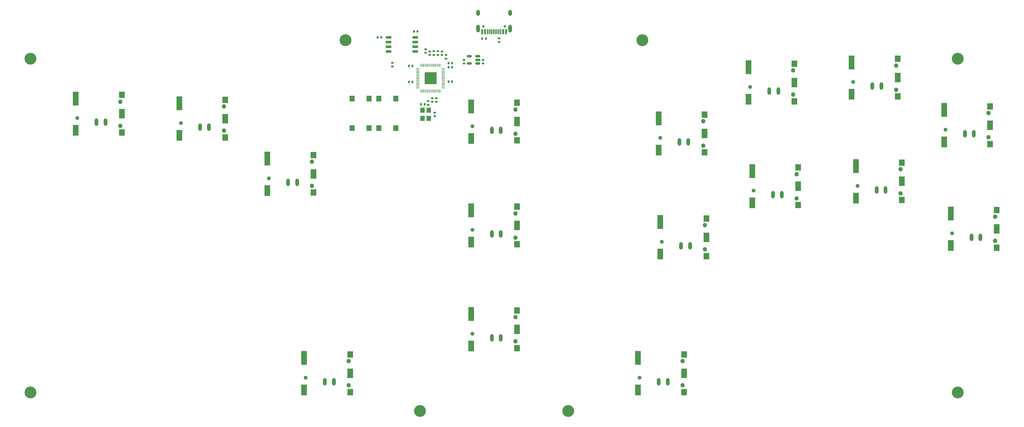
<source format=gts>
%TF.GenerationSoftware,KiCad,Pcbnew,8.0.8*%
%TF.CreationDate,2025-07-12T18:43:26-05:00*%
%TF.ProjectId,nanosplit,6e616e6f-7370-46c6-9974-2e6b69636164,rev?*%
%TF.SameCoordinates,Original*%
%TF.FileFunction,Soldermask,Top*%
%TF.FilePolarity,Negative*%
%FSLAX46Y46*%
G04 Gerber Fmt 4.6, Leading zero omitted, Abs format (unit mm)*
G04 Created by KiCad (PCBNEW 8.0.8) date 2025-07-12 18:43:26*
%MOMM*%
%LPD*%
G01*
G04 APERTURE LIST*
G04 Aperture macros list*
%AMRoundRect*
0 Rectangle with rounded corners*
0 $1 Rounding radius*
0 $2 $3 $4 $5 $6 $7 $8 $9 X,Y pos of 4 corners*
0 Add a 4 corners polygon primitive as box body*
4,1,4,$2,$3,$4,$5,$6,$7,$8,$9,$2,$3,0*
0 Add four circle primitives for the rounded corners*
1,1,$1+$1,$2,$3*
1,1,$1+$1,$4,$5*
1,1,$1+$1,$6,$7*
1,1,$1+$1,$8,$9*
0 Add four rect primitives between the rounded corners*
20,1,$1+$1,$2,$3,$4,$5,0*
20,1,$1+$1,$4,$5,$6,$7,0*
20,1,$1+$1,$6,$7,$8,$9,0*
20,1,$1+$1,$8,$9,$2,$3,0*%
G04 Aperture macros list end*
%ADD10C,1.050000*%
%ADD11C,1.200000*%
%ADD12RoundRect,0.500000X-0.000010X-0.500000X0.000010X-0.500000X0.000010X0.500000X-0.000010X0.500000X0*%
%ADD13R,1.600000X3.800000*%
%ADD14R,1.600000X3.000000*%
%ADD15R,1.600000X1.800000*%
%ADD16R,1.600000X2.600000*%
%ADD17C,3.200000*%
%ADD18RoundRect,0.140000X-0.170000X0.140000X-0.170000X-0.140000X0.170000X-0.140000X0.170000X0.140000X0*%
%ADD19RoundRect,0.140000X-0.140000X-0.170000X0.140000X-0.170000X0.140000X0.170000X-0.140000X0.170000X0*%
%ADD20RoundRect,0.135000X0.185000X-0.135000X0.185000X0.135000X-0.185000X0.135000X-0.185000X-0.135000X0*%
%ADD21RoundRect,0.140000X0.140000X0.170000X-0.140000X0.170000X-0.140000X-0.170000X0.140000X-0.170000X0*%
%ADD22R,1.400000X1.600000*%
%ADD23RoundRect,0.150000X-0.650000X-0.150000X0.650000X-0.150000X0.650000X0.150000X-0.650000X0.150000X0*%
%ADD24RoundRect,0.140000X0.170000X-0.140000X0.170000X0.140000X-0.170000X0.140000X-0.170000X-0.140000X0*%
%ADD25RoundRect,0.050000X-0.387500X-0.050000X0.387500X-0.050000X0.387500X0.050000X-0.387500X0.050000X0*%
%ADD26RoundRect,0.050000X-0.050000X-0.387500X0.050000X-0.387500X0.050000X0.387500X-0.050000X0.387500X0*%
%ADD27RoundRect,0.144000X-1.456000X-1.456000X1.456000X-1.456000X1.456000X1.456000X-1.456000X1.456000X0*%
%ADD28RoundRect,0.135000X0.135000X0.185000X-0.135000X0.185000X-0.135000X-0.185000X0.135000X-0.185000X0*%
%ADD29C,0.650000*%
%ADD30R,0.600000X1.450000*%
%ADD31R,0.300000X1.450000*%
%ADD32O,1.000000X2.100000*%
%ADD33O,1.000000X1.600000*%
%ADD34RoundRect,0.135000X-0.185000X0.135000X-0.185000X-0.135000X0.185000X-0.135000X0.185000X0.135000X0*%
%ADD35R,1.200000X1.400000*%
%ADD36RoundRect,0.135000X-0.135000X-0.185000X0.135000X-0.185000X0.135000X0.185000X-0.135000X0.185000X0*%
%ADD37RoundRect,0.150000X0.512500X0.150000X-0.512500X0.150000X-0.512500X-0.150000X0.512500X-0.150000X0*%
G04 APERTURE END LIST*
D10*
%TO.C,SW7*%
X209200000Y-138200000D03*
D11*
X220800000Y-133740000D03*
X220800000Y-140260000D03*
D12*
X214400000Y-139300000D03*
X216800000Y-139300000D03*
D13*
X208800000Y-132900000D03*
D14*
X208800000Y-141500000D03*
D15*
X221200000Y-131925000D03*
D16*
X221200000Y-137000000D03*
D15*
X221200000Y-142075000D03*
%TD*%
D17*
%TO.C,M3*%
X235000000Y-187000000D03*
%TD*%
D10*
%TO.C,SW10*%
X283990000Y-99650000D03*
D11*
X295590000Y-95190000D03*
X295590000Y-101710000D03*
D12*
X289190000Y-100750000D03*
X291590000Y-100750000D03*
D13*
X283590000Y-94350000D03*
D14*
X283590000Y-102950000D03*
D15*
X295990000Y-93375000D03*
D16*
X295990000Y-98450000D03*
D15*
X295990000Y-103525000D03*
%TD*%
D18*
%TO.C,C3*%
X198970000Y-106560000D03*
X198970000Y-107520000D03*
%TD*%
D10*
%TO.C,SW13*%
X260220000Y-141390000D03*
D11*
X271820000Y-136930000D03*
X271820000Y-143450000D03*
D12*
X265420000Y-142490000D03*
X267820000Y-142490000D03*
D13*
X259820000Y-136090000D03*
D14*
X259820000Y-144690000D03*
D15*
X272220000Y-135115000D03*
D16*
X272220000Y-140190000D03*
D15*
X272220000Y-145265000D03*
%TD*%
D19*
%TO.C,C5*%
X193390000Y-84640000D03*
X194350000Y-84640000D03*
%TD*%
D20*
%TO.C,R5*%
X197270000Y-104450000D03*
X197270000Y-103430000D03*
%TD*%
D21*
%TO.C,C11*%
X193025000Y-94002500D03*
X192065000Y-94002500D03*
%TD*%
D19*
%TO.C,C16*%
X202690000Y-93240000D03*
X203650000Y-93240000D03*
%TD*%
D10*
%TO.C,SW2*%
X130570000Y-109370000D03*
D11*
X142170000Y-104910000D03*
X142170000Y-111430000D03*
D12*
X135770000Y-110470000D03*
X138170000Y-110470000D03*
D13*
X130170000Y-104070000D03*
D14*
X130170000Y-112670000D03*
D15*
X142570000Y-103095000D03*
D16*
X142570000Y-108170000D03*
D15*
X142570000Y-113245000D03*
%TD*%
D22*
%TO.C,SW19*%
X181270000Y-102740000D03*
X181270000Y-110740000D03*
X176770000Y-102740000D03*
X176770000Y-110740000D03*
%TD*%
D19*
%TO.C,C2*%
X195310000Y-104340000D03*
X196270000Y-104340000D03*
%TD*%
D23*
%TO.C,U2*%
X186570000Y-86230000D03*
X186570000Y-87500000D03*
X186570000Y-88770000D03*
X186570000Y-90040000D03*
X193770000Y-90040000D03*
X193770000Y-88770000D03*
X193770000Y-87500000D03*
X193770000Y-86230000D03*
%TD*%
D10*
%TO.C,SW15*%
X312930000Y-126290000D03*
D11*
X324530000Y-121830000D03*
X324530000Y-128350000D03*
D12*
X318130000Y-127390000D03*
X320530000Y-127390000D03*
D13*
X312530000Y-120990000D03*
D14*
X312530000Y-129590000D03*
D15*
X324930000Y-120015000D03*
D16*
X324930000Y-125090000D03*
D15*
X324930000Y-130165000D03*
%TD*%
D17*
%TO.C,M3*%
X175000000Y-87000000D03*
%TD*%
D10*
%TO.C,SW11*%
X311770000Y-98310000D03*
D11*
X323370000Y-93850000D03*
X323370000Y-100370000D03*
D12*
X316970000Y-99410000D03*
X319370000Y-99410000D03*
D13*
X311370000Y-93010000D03*
D14*
X311370000Y-101610000D03*
D15*
X323770000Y-92035000D03*
D16*
X323770000Y-97110000D03*
D15*
X323770000Y-102185000D03*
%TD*%
D10*
%TO.C,SW9*%
X259760000Y-113380000D03*
D11*
X271360000Y-108920000D03*
X271360000Y-115440000D03*
D12*
X264960000Y-114480000D03*
X267360000Y-114480000D03*
D13*
X259360000Y-108080000D03*
D14*
X259360000Y-116680000D03*
D15*
X271760000Y-107105000D03*
D16*
X271760000Y-112180000D03*
D15*
X271760000Y-117255000D03*
%TD*%
D24*
%TO.C,C4*%
X206870000Y-93320000D03*
X206870000Y-92360000D03*
%TD*%
D17*
%TO.C,M3*%
X90000000Y-182000000D03*
%TD*%
D25*
%TO.C,U3*%
X194432500Y-94677500D03*
X194432500Y-95077500D03*
X194432500Y-95477500D03*
X194432500Y-95877500D03*
X194432500Y-96277500D03*
X194432500Y-96677500D03*
X194432500Y-97077500D03*
X194432500Y-97477500D03*
X194432500Y-97877500D03*
X194432500Y-98277500D03*
X194432500Y-98677500D03*
X194432500Y-99077500D03*
X194432500Y-99477500D03*
X194432500Y-99877500D03*
D26*
X195270000Y-100715000D03*
X195670000Y-100715000D03*
X196070000Y-100715000D03*
X196470000Y-100715000D03*
X196870000Y-100715000D03*
X197270000Y-100715000D03*
X197670000Y-100715000D03*
X198070000Y-100715000D03*
X198470000Y-100715000D03*
X198870000Y-100715000D03*
X199270000Y-100715000D03*
X199670000Y-100715000D03*
X200070000Y-100715000D03*
X200470000Y-100715000D03*
D25*
X201307500Y-99877500D03*
X201307500Y-99477500D03*
X201307500Y-99077500D03*
X201307500Y-98677500D03*
X201307500Y-98277500D03*
X201307500Y-97877500D03*
X201307500Y-97477500D03*
X201307500Y-97077500D03*
X201307500Y-96677500D03*
X201307500Y-96277500D03*
X201307500Y-95877500D03*
X201307500Y-95477500D03*
X201307500Y-95077500D03*
X201307500Y-94677500D03*
D26*
X200470000Y-93840000D03*
X200070000Y-93840000D03*
X199670000Y-93840000D03*
X199270000Y-93840000D03*
X198870000Y-93840000D03*
X198470000Y-93840000D03*
X198070000Y-93840000D03*
X197670000Y-93840000D03*
X197270000Y-93840000D03*
X196870000Y-93840000D03*
X196470000Y-93840000D03*
X196070000Y-93840000D03*
X195670000Y-93840000D03*
X195270000Y-93840000D03*
D27*
X197870000Y-97277500D03*
%TD*%
D17*
%TO.C,M3*%
X340000000Y-182000000D03*
%TD*%
D10*
%TO.C,SW3*%
X154290000Y-124260000D03*
D11*
X165890000Y-119800000D03*
X165890000Y-126320000D03*
D12*
X159490000Y-125360000D03*
X161890000Y-125360000D03*
D13*
X153890000Y-118960000D03*
D14*
X153890000Y-127560000D03*
D15*
X166290000Y-117985000D03*
D16*
X166290000Y-123060000D03*
D15*
X166290000Y-128135000D03*
%TD*%
D28*
%TO.C,R6*%
X212800000Y-86637500D03*
X211780000Y-86637500D03*
%TD*%
D24*
%TO.C,C10*%
X202070000Y-92000000D03*
X202070000Y-91040000D03*
%TD*%
D10*
%TO.C,SW4*%
X164200000Y-178040000D03*
D11*
X175800000Y-173580000D03*
X175800000Y-180100000D03*
D12*
X169400000Y-179140000D03*
X171800000Y-179140000D03*
D13*
X163800000Y-172740000D03*
D14*
X163800000Y-181340000D03*
D15*
X176200000Y-171765000D03*
D16*
X176200000Y-176840000D03*
D15*
X176200000Y-181915000D03*
%TD*%
D17*
%TO.C,M3*%
X255000000Y-87000000D03*
%TD*%
D24*
%TO.C,C9*%
X197670000Y-91020000D03*
X197670000Y-90060000D03*
%TD*%
D29*
%TO.C,USB1*%
X217890000Y-83337500D03*
X212110000Y-83337500D03*
D30*
X218250000Y-84782500D03*
X217450000Y-84782500D03*
D31*
X216750000Y-84782500D03*
X216250000Y-84782500D03*
X215750000Y-84782500D03*
X215250000Y-84782500D03*
X214750000Y-84782500D03*
X214250000Y-84782500D03*
X213750000Y-84782500D03*
X213250000Y-84782500D03*
D30*
X212550000Y-84782500D03*
X211750000Y-84782500D03*
D32*
X219320000Y-83867500D03*
D33*
X219320000Y-79687500D03*
D32*
X210680000Y-83867500D03*
D33*
X210680000Y-79687500D03*
%TD*%
D10*
%TO.C,SW16*%
X338480000Y-139100000D03*
D11*
X350080000Y-134640000D03*
X350080000Y-141160000D03*
D12*
X343680000Y-140200000D03*
X346080000Y-140200000D03*
D13*
X338080000Y-133800000D03*
D14*
X338080000Y-142400000D03*
D15*
X350480000Y-132825000D03*
D16*
X350480000Y-137900000D03*
D15*
X350480000Y-142975000D03*
%TD*%
D22*
%TO.C,SW20*%
X183970000Y-110740000D03*
X183970000Y-102740000D03*
X188470000Y-110740000D03*
X188470000Y-102740000D03*
%TD*%
D10*
%TO.C,SW6*%
X209200000Y-110200000D03*
D11*
X220800000Y-105740000D03*
X220800000Y-112260000D03*
D12*
X214400000Y-111300000D03*
X216800000Y-111300000D03*
D13*
X208800000Y-104900000D03*
D14*
X208800000Y-113500000D03*
D15*
X221200000Y-103925000D03*
D16*
X221200000Y-109000000D03*
D15*
X221200000Y-114075000D03*
%TD*%
D34*
%TO.C,R4*%
X199870000Y-90030000D03*
X199870000Y-91050000D03*
%TD*%
D24*
%TO.C,C6*%
X196570000Y-90420000D03*
X196570000Y-89460000D03*
%TD*%
D35*
%TO.C,Y1*%
X195720000Y-105940000D03*
X195720000Y-108140000D03*
X197420000Y-108140000D03*
X197420000Y-105940000D03*
%TD*%
D10*
%TO.C,SW8*%
X209200000Y-166200000D03*
D11*
X220800000Y-161740000D03*
X220800000Y-168260000D03*
D12*
X214400000Y-167300000D03*
X216800000Y-167300000D03*
D13*
X208800000Y-160900000D03*
D14*
X208800000Y-169500000D03*
D15*
X221200000Y-159925000D03*
D16*
X221200000Y-165000000D03*
D15*
X221200000Y-170075000D03*
%TD*%
D10*
%TO.C,SW5*%
X254200000Y-178040000D03*
D11*
X265800000Y-173580000D03*
X265800000Y-180100000D03*
D12*
X259400000Y-179140000D03*
X261800000Y-179140000D03*
D13*
X253800000Y-172740000D03*
D14*
X253800000Y-181340000D03*
D15*
X266200000Y-171765000D03*
D16*
X266200000Y-176840000D03*
D15*
X266200000Y-181915000D03*
%TD*%
D10*
%TO.C,SW1*%
X102660000Y-108060000D03*
D11*
X114260000Y-103600000D03*
X114260000Y-110120000D03*
D12*
X107860000Y-109160000D03*
X110260000Y-109160000D03*
D13*
X102260000Y-102760000D03*
D14*
X102260000Y-111360000D03*
D15*
X114660000Y-101785000D03*
D16*
X114660000Y-106860000D03*
D15*
X114660000Y-111935000D03*
%TD*%
D21*
%TO.C,C13*%
X193025000Y-98302500D03*
X192065000Y-98302500D03*
%TD*%
D34*
%TO.C,R1*%
X187545000Y-93092500D03*
X187545000Y-94112500D03*
%TD*%
%TO.C,R3*%
X198770000Y-90030000D03*
X198770000Y-91050000D03*
%TD*%
D24*
%TO.C,C1*%
X212070000Y-93320000D03*
X212070000Y-92360000D03*
%TD*%
D18*
%TO.C,C7*%
X199470000Y-102660000D03*
X199470000Y-103620000D03*
%TD*%
D17*
%TO.C,M3*%
X90000000Y-92000000D03*
%TD*%
D18*
%TO.C,C14*%
X198370000Y-102660000D03*
X198370000Y-103620000D03*
%TD*%
D10*
%TO.C,SW12*%
X336700000Y-111160000D03*
D11*
X348300000Y-106700000D03*
X348300000Y-113220000D03*
D12*
X341900000Y-112260000D03*
X344300000Y-112260000D03*
D13*
X336300000Y-105860000D03*
D14*
X336300000Y-114460000D03*
D15*
X348700000Y-104885000D03*
D16*
X348700000Y-109960000D03*
D15*
X348700000Y-115035000D03*
%TD*%
D36*
%TO.C,R2*%
X183560000Y-86240000D03*
X184580000Y-86240000D03*
%TD*%
D37*
%TO.C,U1*%
X210607500Y-93290000D03*
X210607500Y-92340000D03*
X210607500Y-91390000D03*
X208332500Y-91390000D03*
X208332500Y-93290000D03*
%TD*%
D17*
%TO.C,M3*%
X340000000Y-92000000D03*
%TD*%
D34*
%TO.C,R7*%
X216400000Y-86527500D03*
X216400000Y-87547500D03*
%TD*%
D19*
%TO.C,C12*%
X202690000Y-98240000D03*
X203650000Y-98240000D03*
%TD*%
D17*
%TO.C,M3*%
X195000000Y-187000000D03*
%TD*%
D24*
%TO.C,C8*%
X200970000Y-91020000D03*
X200970000Y-90060000D03*
%TD*%
D10*
%TO.C,SW14*%
X284970000Y-127620000D03*
D11*
X296570000Y-123160000D03*
X296570000Y-129680000D03*
D12*
X290170000Y-128720000D03*
X292570000Y-128720000D03*
D13*
X284570000Y-122320000D03*
D14*
X284570000Y-130920000D03*
D15*
X296970000Y-121345000D03*
D16*
X296970000Y-126420000D03*
D15*
X296970000Y-131495000D03*
%TD*%
D19*
%TO.C,C15*%
X202690000Y-94340000D03*
X203650000Y-94340000D03*
%TD*%
M02*

</source>
